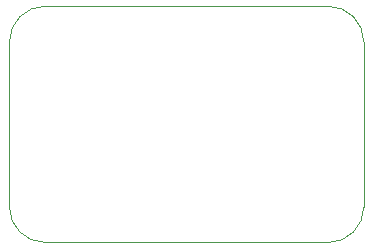
<source format=gbr>
%TF.GenerationSoftware,KiCad,Pcbnew,8.0.5*%
%TF.CreationDate,2024-10-27T10:59:05-07:00*%
%TF.ProjectId,bme688-ezzat-suhaime,626d6536-3838-42d6-957a-7a61742d7375,rev?*%
%TF.SameCoordinates,Original*%
%TF.FileFunction,Profile,NP*%
%FSLAX46Y46*%
G04 Gerber Fmt 4.6, Leading zero omitted, Abs format (unit mm)*
G04 Created by KiCad (PCBNEW 8.0.5) date 2024-10-27 10:59:05*
%MOMM*%
%LPD*%
G01*
G04 APERTURE LIST*
%TA.AperFunction,Profile*%
%ADD10C,0.100000*%
%TD*%
G04 APERTURE END LIST*
D10*
X215000000Y-87000000D02*
X239000000Y-87000000D01*
X242000000Y-90000000D02*
X242000000Y-104000000D01*
X212000000Y-90000000D02*
G75*
G02*
X215000000Y-87000000I3000000J0D01*
G01*
X239000000Y-107000000D02*
X215000000Y-107000000D01*
X239000000Y-87000000D02*
G75*
G02*
X242000000Y-90000000I0J-3000000D01*
G01*
X215000000Y-107000000D02*
G75*
G02*
X212000000Y-104000000I0J3000000D01*
G01*
X212000000Y-104000000D02*
X212000000Y-90000000D01*
X242000000Y-104000000D02*
G75*
G02*
X239000000Y-107000000I-3000000J0D01*
G01*
M02*

</source>
